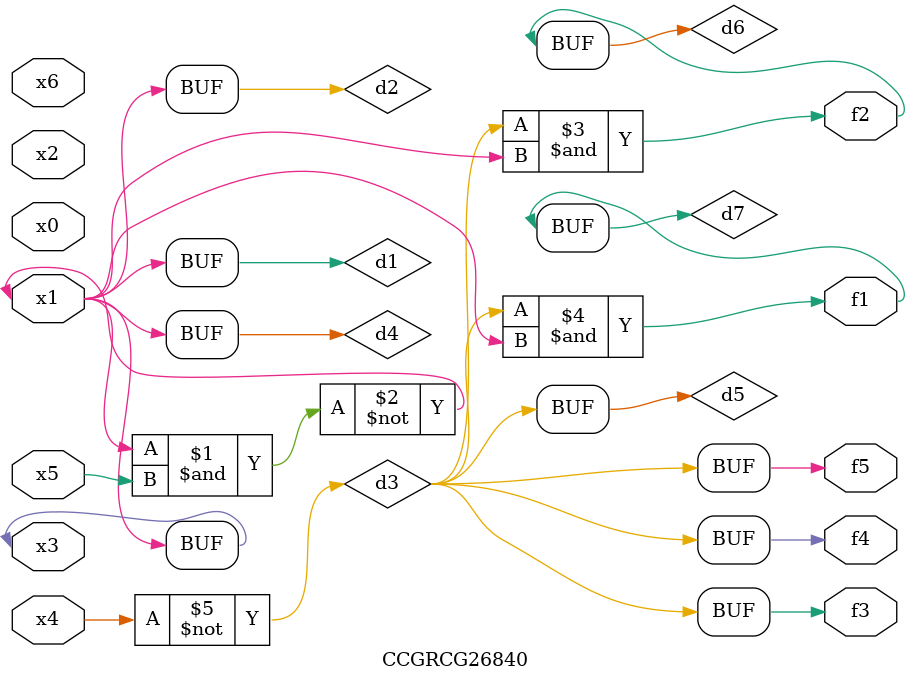
<source format=v>
module CCGRCG26840(
	input x0, x1, x2, x3, x4, x5, x6,
	output f1, f2, f3, f4, f5
);

	wire d1, d2, d3, d4, d5, d6, d7;

	buf (d1, x1, x3);
	nand (d2, x1, x5);
	not (d3, x4);
	buf (d4, d1, d2);
	buf (d5, d3);
	and (d6, d3, d4);
	and (d7, d3, d4);
	assign f1 = d7;
	assign f2 = d6;
	assign f3 = d5;
	assign f4 = d5;
	assign f5 = d5;
endmodule

</source>
